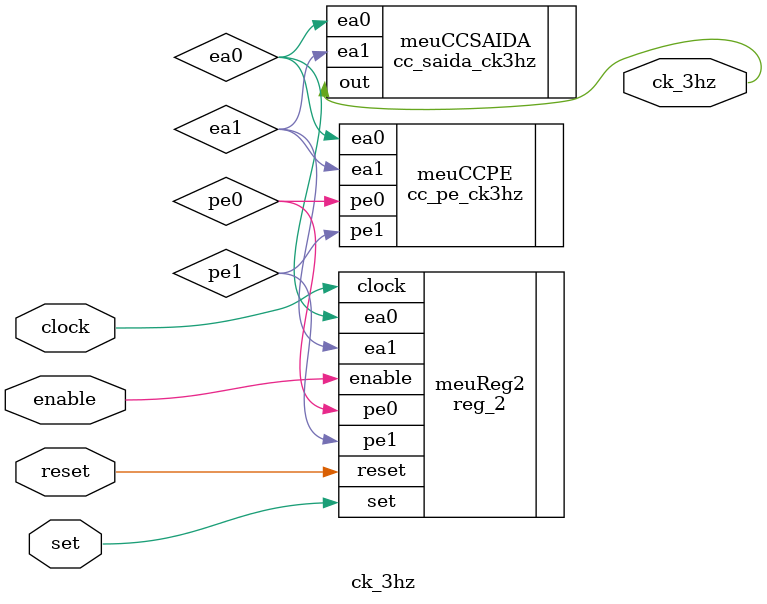
<source format=v>
module ck_3hz(
	input clock,
	input set,
	input reset,
	input enable,
	output ck_3hz
);
wire ea0,ea1,pe0,pe1;

reg_2 meuReg2(.set(set),.reset(reset),.ea0(ea0),.ea1(ea1),.pe0(pe0),.pe1(pe1),.clock(clock),.enable(enable));

cc_pe_ck3hz meuCCPE(.ea0(ea0),.ea1(ea1),.pe0(pe0),.pe1(pe1));

cc_saida_ck3hz meuCCSAIDA(.ea0(ea0),.ea1(ea1),.out(ck_3hz));
endmodule
</source>
